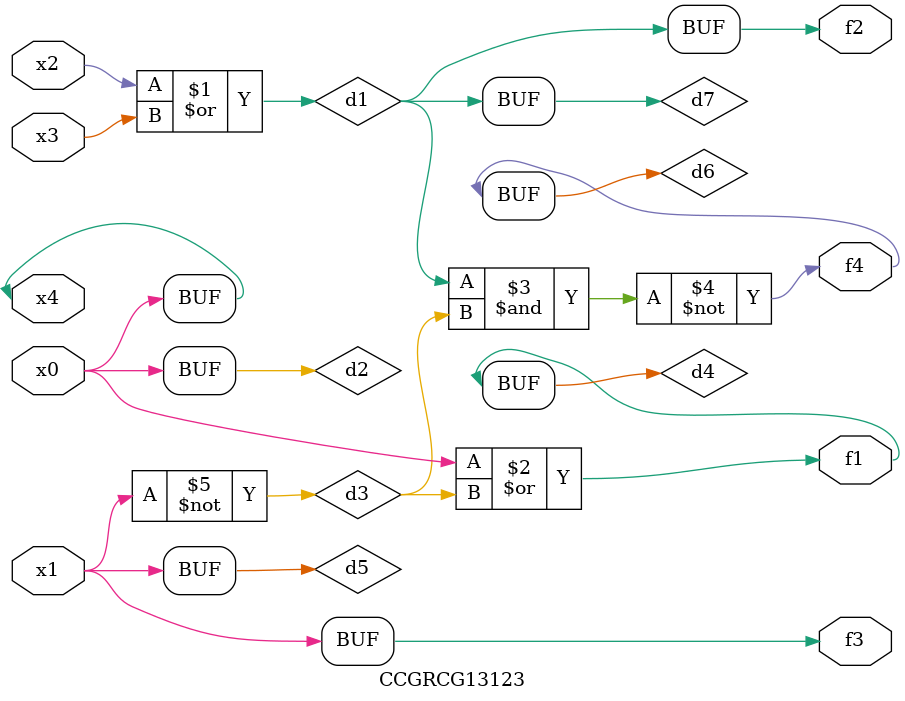
<source format=v>
module CCGRCG13123(
	input x0, x1, x2, x3, x4,
	output f1, f2, f3, f4
);

	wire d1, d2, d3, d4, d5, d6, d7;

	or (d1, x2, x3);
	buf (d2, x0, x4);
	not (d3, x1);
	or (d4, d2, d3);
	not (d5, d3);
	nand (d6, d1, d3);
	or (d7, d1);
	assign f1 = d4;
	assign f2 = d7;
	assign f3 = d5;
	assign f4 = d6;
endmodule

</source>
